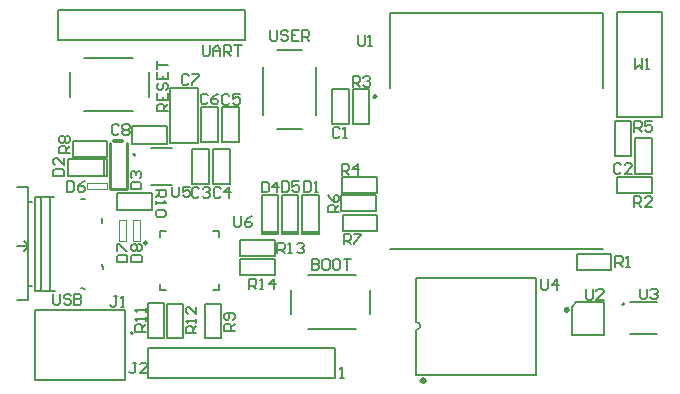
<source format=gto>
G04*
G04 #@! TF.GenerationSoftware,Altium Limited,Altium Designer,20.2.4 (192)*
G04*
G04 Layer_Color=65535*
%FSLAX44Y44*%
%MOMM*%
G71*
G04*
G04 #@! TF.SameCoordinates,04E9AB2E-1989-4D7A-88AA-1D4CDCA67D46*
G04*
G04*
G04 #@! TF.FilePolarity,Positive*
G04*
G01*
G75*
%ADD10C,0.2000*%
%ADD11C,0.2500*%
%ADD12C,0.5080*%
%ADD13C,0.4000*%
%ADD14C,0.1270*%
%ADD15C,0.1000*%
%ADD16C,0.2540*%
%ADD17C,0.3000*%
D10*
X486970Y70936D02*
G03*
X486970Y70936I-1000J0D01*
G01*
X72882Y197612D02*
G03*
X72882Y197612I-1000J0D01*
G01*
X310896Y49517D02*
G03*
X310896Y55867I0J3175D01*
G01*
X70800Y46482D02*
G03*
X70800Y46482I-1000J0D01*
G01*
X-12010Y161782D02*
X3990D01*
X-21010Y116366D02*
X-18010Y119366D01*
Y119866D01*
Y119366D02*
Y119866D01*
Y119366D02*
Y120366D01*
Y118366D02*
Y120366D01*
X-21010Y124366D02*
X-18010Y121366D01*
Y120366D02*
Y121366D01*
X-27010Y120366D02*
X-18010D01*
Y86366D02*
X-15010D01*
X-17010Y157366D02*
X-15010D01*
X-27010Y170366D02*
X-18010D01*
X-27010Y74366D02*
X-18010D01*
Y170366D01*
X27068Y160258D02*
X30306D01*
X26990Y84366D02*
X30306Y84312D01*
X45038Y105140D02*
X45086Y100850D01*
X45038Y139430D02*
Y143748D01*
X-12010Y82366D02*
Y161782D01*
Y82366D02*
X4990D01*
X-7032Y161782D02*
X-7010Y82366D01*
X588Y82534D02*
X736Y161604D01*
X271760Y62390D02*
Y83390D01*
X204760Y62390D02*
Y83390D01*
X218760Y50390D02*
X259760D01*
X218760Y95390D02*
X259760D01*
X481076Y229616D02*
X519176D01*
X481076D02*
Y318516D01*
X519176D01*
Y229616D02*
Y318516D01*
X94012Y127898D02*
Y132936D01*
Y82936D02*
Y87973D01*
X138975Y82936D02*
X144012D01*
X94012D02*
X99050D01*
X144012Y127898D02*
Y132936D01*
Y82936D02*
Y87973D01*
X138975Y132936D02*
X144012D01*
X94012D02*
X99050D01*
X310896Y11176D02*
Y49517D01*
Y55867D02*
Y93218D01*
X411988D01*
Y11176D02*
Y93218D01*
X310896Y11176D02*
X411988D01*
X442214Y45212D02*
Y68580D01*
Y45212D02*
X469392D01*
Y72644D01*
X446278D02*
X469392D01*
X442214Y68580D02*
X446278Y72644D01*
X17800Y246302D02*
Y267302D01*
X84800Y246302D02*
Y267302D01*
X29800Y279302D02*
X70800D01*
X29800Y234302D02*
X70800D01*
X193200Y218968D02*
X214200D01*
X193200Y285968D02*
X214200D01*
X181200Y230968D02*
Y271968D01*
X226200Y230968D02*
Y271968D01*
X7366Y294386D02*
X165862D01*
Y319786D01*
X7366D02*
X165862D01*
X7366Y294386D02*
Y319786D01*
X83566Y33528D02*
X242062D01*
X83566Y8128D02*
Y33528D01*
Y8128D02*
X242062D01*
Y33528D01*
X197212Y132578D02*
Y163078D01*
Y132578D02*
X210962D01*
X197212Y163078D02*
X210962D01*
X197212Y130078D02*
X210962D01*
Y132578D02*
Y163078D01*
X197212Y130078D02*
Y132578D01*
X210962Y130078D02*
Y132578D01*
X179940D02*
Y163078D01*
Y132578D02*
X193690D01*
X179940Y163078D02*
X193690D01*
X179940Y130078D02*
X193690D01*
Y132578D02*
Y163078D01*
X179940Y130078D02*
Y132578D01*
X193690Y130078D02*
Y132578D01*
X15484Y179940D02*
X45984D01*
Y193690D01*
X15484Y179940D02*
Y193690D01*
X48484Y179940D02*
Y193690D01*
X15484D02*
X45984D01*
Y179940D02*
X48484D01*
X45984Y193690D02*
X48484D01*
X214230Y132578D02*
Y163078D01*
Y132578D02*
X227980D01*
X214230Y163078D02*
X227980D01*
X214230Y130078D02*
X227980D01*
Y132578D02*
Y163078D01*
X214230Y130078D02*
Y132578D01*
X227980Y130078D02*
Y132578D01*
X104008Y170614D02*
Y163117D01*
X105508Y161618D01*
X108507D01*
X110007Y163117D01*
Y170614D01*
X119004D02*
X113006D01*
Y166116D01*
X116004Y167616D01*
X117504D01*
X119004Y166116D01*
Y163117D01*
X117504Y161618D01*
X114505D01*
X113006Y163117D01*
X57658Y77650D02*
X54659D01*
X56158D01*
Y70153D01*
X54659Y68653D01*
X53159D01*
X51660Y70153D01*
X60657Y68653D02*
X63656D01*
X62157D01*
Y77650D01*
X60657Y76151D01*
X499994Y84255D02*
Y76757D01*
X501494Y75258D01*
X504493D01*
X505993Y76757D01*
Y84255D01*
X508992Y82755D02*
X510491Y84255D01*
X513490D01*
X514990Y82755D01*
Y81256D01*
X513490Y79756D01*
X511991D01*
X513490D01*
X514990Y78257D01*
Y76757D01*
X513490Y75258D01*
X510491D01*
X508992Y76757D01*
X222265Y109146D02*
Y100149D01*
X226764D01*
X228263Y101649D01*
Y103148D01*
X226764Y104648D01*
X222265D01*
X226764D01*
X228263Y106147D01*
Y107647D01*
X226764Y109146D01*
X222265D01*
X235761D02*
X232762D01*
X231262Y107647D01*
Y101649D01*
X232762Y100149D01*
X235761D01*
X237260Y101649D01*
Y107647D01*
X235761Y109146D01*
X244758D02*
X241759D01*
X240259Y107647D01*
Y101649D01*
X241759Y100149D01*
X244758D01*
X246258Y101649D01*
Y107647D01*
X244758Y109146D01*
X249257D02*
X255255D01*
X252256D01*
Y100149D01*
X495906Y279326D02*
Y270329D01*
X498905Y273328D01*
X501904Y270329D01*
Y279326D01*
X504903Y270329D02*
X507902D01*
X506403D01*
Y279326D01*
X504903Y277827D01*
X156332Y145469D02*
Y137971D01*
X157832Y136472D01*
X160831D01*
X162330Y137971D01*
Y145469D01*
X171328D02*
X168328Y143969D01*
X165329Y140970D01*
Y137971D01*
X166829Y136472D01*
X169828D01*
X171328Y137971D01*
Y139471D01*
X169828Y140970D01*
X165329D01*
X416428Y92128D02*
Y84631D01*
X417928Y83132D01*
X420927D01*
X422426Y84631D01*
Y92128D01*
X429924Y83132D02*
Y92128D01*
X425425Y87630D01*
X431424D01*
X454274Y84001D02*
Y76503D01*
X455774Y75003D01*
X458773D01*
X460272Y76503D01*
Y84001D01*
X469270Y75003D02*
X463271D01*
X469270Y81002D01*
Y82501D01*
X467770Y84001D01*
X464771D01*
X463271Y82501D01*
X261210Y298885D02*
Y291387D01*
X262710Y289888D01*
X265709D01*
X267208Y291387D01*
Y298885D01*
X270207Y289888D02*
X273206D01*
X271707D01*
Y298885D01*
X270207Y297385D01*
X100511Y234531D02*
X91514D01*
Y239029D01*
X93013Y240529D01*
X96012D01*
X97512Y239029D01*
Y234531D01*
Y237530D02*
X100511Y240529D01*
X91514Y249526D02*
Y243528D01*
X100511D01*
Y249526D01*
X96012Y243528D02*
Y246527D01*
X93013Y258523D02*
X91514Y257024D01*
Y254025D01*
X93013Y252525D01*
X94513D01*
X96012Y254025D01*
Y257024D01*
X97512Y258523D01*
X99011D01*
X100511Y257024D01*
Y254025D01*
X99011Y252525D01*
X91514Y267520D02*
Y261522D01*
X100511D01*
Y267520D01*
X96012Y261522D02*
Y264521D01*
X91514Y270519D02*
Y276517D01*
Y273518D01*
X100511D01*
X187213Y303202D02*
Y295705D01*
X188713Y294205D01*
X191712D01*
X193211Y295705D01*
Y303202D01*
X202208Y301703D02*
X200709Y303202D01*
X197710D01*
X196210Y301703D01*
Y300203D01*
X197710Y298704D01*
X200709D01*
X202208Y297204D01*
Y295705D01*
X200709Y294205D01*
X197710D01*
X196210Y295705D01*
X211206Y303202D02*
X205208D01*
Y294205D01*
X211206D01*
X205208Y298704D02*
X208207D01*
X214205Y294205D02*
Y303202D01*
X218703D01*
X220203Y301703D01*
Y298704D01*
X218703Y297204D01*
X214205D01*
X217204D02*
X220203Y294205D01*
X169348Y83639D02*
Y92636D01*
X173846D01*
X175346Y91137D01*
Y88138D01*
X173846Y86638D01*
X169348D01*
X172347D02*
X175346Y83639D01*
X178345D02*
X181344D01*
X179844D01*
Y92636D01*
X178345Y91137D01*
X190341Y83639D02*
Y92636D01*
X185842Y88138D01*
X191840D01*
X193224Y114120D02*
Y123117D01*
X197722D01*
X199222Y121617D01*
Y118618D01*
X197722Y117119D01*
X193224D01*
X196223D02*
X199222Y114120D01*
X202221D02*
X205220D01*
X203720D01*
Y123117D01*
X202221Y121617D01*
X209718D02*
X211218Y123117D01*
X214217D01*
X215716Y121617D01*
Y120118D01*
X214217Y118618D01*
X212717D01*
X214217D01*
X215716Y117119D01*
Y115619D01*
X214217Y114120D01*
X211218D01*
X209718Y115619D01*
X124641Y46412D02*
X115644D01*
Y50910D01*
X117143Y52410D01*
X120142D01*
X121642Y50910D01*
Y46412D01*
Y49411D02*
X124641Y52410D01*
Y55409D02*
Y58408D01*
Y56908D01*
X115644D01*
X117143Y55409D01*
X124641Y68904D02*
Y62906D01*
X118643Y68904D01*
X117143D01*
X115644Y67405D01*
Y64406D01*
X117143Y62906D01*
X81714Y47911D02*
X72717D01*
Y52410D01*
X74217Y53909D01*
X77216D01*
X78716Y52410D01*
Y47911D01*
Y50910D02*
X81714Y53909D01*
Y56908D02*
Y59907D01*
Y58408D01*
X72717D01*
X74217Y56908D01*
X81714Y64406D02*
Y67405D01*
Y65905D01*
X72717D01*
X74217Y64406D01*
X89990Y167456D02*
X98987D01*
Y162958D01*
X97487Y161458D01*
X94488D01*
X92989Y162958D01*
Y167456D01*
Y164457D02*
X89990Y161458D01*
Y158459D02*
Y155460D01*
Y156960D01*
X98987D01*
X97487Y158459D01*
Y150962D02*
X98987Y149462D01*
Y146463D01*
X97487Y144964D01*
X91489D01*
X89990Y146463D01*
Y149462D01*
X91489Y150962D01*
X97487D01*
X156898Y48636D02*
X147901D01*
Y53135D01*
X149401Y54634D01*
X152400D01*
X153899Y53135D01*
Y48636D01*
Y51635D02*
X156898Y54634D01*
X155399Y57634D02*
X156898Y59133D01*
Y62132D01*
X155399Y63632D01*
X149401D01*
X147901Y62132D01*
Y59133D01*
X149401Y57634D01*
X150900D01*
X152400Y59133D01*
Y63632D01*
X17452Y198750D02*
X8456D01*
Y203249D01*
X9955Y204748D01*
X12954D01*
X14454Y203249D01*
Y198750D01*
Y201749D02*
X17452Y204748D01*
X9955Y207747D02*
X8456Y209247D01*
Y212246D01*
X9955Y213746D01*
X11454D01*
X12954Y212246D01*
X14454Y213746D01*
X15953D01*
X17452Y212246D01*
Y209247D01*
X15953Y207747D01*
X14454D01*
X12954Y209247D01*
X11454Y207747D01*
X9955D01*
X12954Y209247D02*
Y212246D01*
X249296Y121740D02*
Y130737D01*
X253795D01*
X255294Y129237D01*
Y126238D01*
X253795Y124739D01*
X249296D01*
X252295D02*
X255294Y121740D01*
X258293Y130737D02*
X264292D01*
Y129237D01*
X258293Y123239D01*
Y121740D01*
X245291Y148712D02*
X236294D01*
Y153211D01*
X237793Y154711D01*
X240792D01*
X242292Y153211D01*
Y148712D01*
Y151712D02*
X245291Y154711D01*
X236294Y163708D02*
X237793Y160709D01*
X240792Y157710D01*
X243791D01*
X245291Y159209D01*
Y162208D01*
X243791Y163708D01*
X242292D01*
X240792Y162208D01*
Y157710D01*
X495422Y216989D02*
Y225986D01*
X499921D01*
X501421Y224487D01*
Y221488D01*
X499921Y219988D01*
X495422D01*
X498422D02*
X501421Y216989D01*
X510418Y225986D02*
X504420D01*
Y221488D01*
X507419Y222987D01*
X508918D01*
X510418Y221488D01*
Y218489D01*
X508918Y216989D01*
X505919D01*
X504420Y218489D01*
X247518Y180667D02*
Y189664D01*
X252017D01*
X253517Y188165D01*
Y185166D01*
X252017Y183666D01*
X247518D01*
X250518D02*
X253517Y180667D01*
X261014D02*
Y189664D01*
X256516Y185166D01*
X262514D01*
X256916Y255343D02*
Y264340D01*
X261415D01*
X262915Y262841D01*
Y259842D01*
X261415Y258342D01*
X256916D01*
X259916D02*
X262915Y255343D01*
X265914Y262841D02*
X267413Y264340D01*
X270412D01*
X271912Y262841D01*
Y261341D01*
X270412Y259842D01*
X268913D01*
X270412D01*
X271912Y258342D01*
Y256843D01*
X270412Y255343D01*
X267413D01*
X265914Y256843D01*
X495168Y153490D02*
Y162486D01*
X499667D01*
X501166Y160987D01*
Y157988D01*
X499667Y156489D01*
X495168D01*
X498167D02*
X501166Y153490D01*
X510164D02*
X504165D01*
X510164Y159487D01*
Y160987D01*
X508664Y162486D01*
X505665D01*
X504165Y160987D01*
X479396Y102690D02*
Y111686D01*
X483895D01*
X485394Y110187D01*
Y107188D01*
X483895Y105688D01*
X479396D01*
X482395D02*
X485394Y102690D01*
X488393D02*
X491392D01*
X489893D01*
Y111686D01*
X488393Y110187D01*
X3244Y79682D02*
Y72185D01*
X4743Y70686D01*
X7742D01*
X9242Y72185D01*
Y79682D01*
X18239Y78183D02*
X16739Y79682D01*
X13741D01*
X12241Y78183D01*
Y76684D01*
X13741Y75184D01*
X16739D01*
X18239Y73685D01*
Y72185D01*
X16739Y70686D01*
X13741D01*
X12241Y72185D01*
X21238Y79682D02*
Y70686D01*
X25737D01*
X27236Y72185D01*
Y73685D01*
X25737Y75184D01*
X21238D01*
X25737D01*
X27236Y76684D01*
Y78183D01*
X25737Y79682D01*
X21238D01*
X129809Y290249D02*
Y282751D01*
X131309Y281252D01*
X134308D01*
X135807Y282751D01*
Y290249D01*
X138806Y281252D02*
Y287250D01*
X141805Y290249D01*
X144804Y287250D01*
Y281252D01*
Y285750D01*
X138806D01*
X147803Y281252D02*
Y290249D01*
X152302D01*
X153802Y288749D01*
Y285750D01*
X152302Y284251D01*
X147803D01*
X150802D02*
X153802Y281252D01*
X156801Y290249D02*
X162799D01*
X159800D01*
Y281252D01*
X73685Y21516D02*
X70686D01*
X72185D01*
Y14019D01*
X70686Y12520D01*
X69186D01*
X67686Y14019D01*
X82682Y12520D02*
X76684D01*
X82682Y18518D01*
Y20017D01*
X81182Y21516D01*
X78183D01*
X76684Y20017D01*
X246348Y8858D02*
X249347D01*
X247847D01*
Y17855D01*
X246348Y16356D01*
X69415Y107056D02*
X78412D01*
Y111555D01*
X76913Y113055D01*
X70915D01*
X69415Y111555D01*
Y107056D01*
X70915Y116053D02*
X69415Y117553D01*
Y120552D01*
X70915Y122052D01*
X72414D01*
X73914Y120552D01*
X75413Y122052D01*
X76913D01*
X78412Y120552D01*
Y117553D01*
X76913Y116053D01*
X75413D01*
X73914Y117553D01*
X72414Y116053D01*
X70915D01*
X73914Y117553D02*
Y120552D01*
X57224Y107056D02*
X66220D01*
Y111555D01*
X64721Y113055D01*
X58723D01*
X57224Y111555D01*
Y107056D01*
Y116053D02*
Y122052D01*
X58723D01*
X64721Y116053D01*
X66220D01*
X14903Y175441D02*
Y166444D01*
X19402D01*
X20902Y167943D01*
Y173941D01*
X19402Y175441D01*
X14903D01*
X29899D02*
X26899Y173941D01*
X23900Y170942D01*
Y167943D01*
X25400Y166444D01*
X28399D01*
X29899Y167943D01*
Y169443D01*
X28399Y170942D01*
X23900D01*
X196718Y174932D02*
Y165935D01*
X201217D01*
X202717Y167435D01*
Y173433D01*
X201217Y174932D01*
X196718D01*
X211714D02*
X205716D01*
Y170434D01*
X208715Y171933D01*
X210214D01*
X211714Y170434D01*
Y167435D01*
X210214Y165935D01*
X207215D01*
X205716Y167435D01*
X179700Y174678D02*
Y165681D01*
X184199D01*
X185699Y167181D01*
Y173179D01*
X184199Y174678D01*
X179700D01*
X193196Y165681D02*
Y174678D01*
X188697Y170180D01*
X194696D01*
X68907Y168524D02*
X77905D01*
Y173023D01*
X76405Y174522D01*
X70407D01*
X68907Y173023D01*
Y168524D01*
X70407Y177521D02*
X68907Y179021D01*
Y182020D01*
X70407Y183520D01*
X71906D01*
X73406Y182020D01*
Y180520D01*
Y182020D01*
X74906Y183520D01*
X76405D01*
X77905Y182020D01*
Y179021D01*
X76405Y177521D01*
X3376Y179700D02*
X12372D01*
Y184199D01*
X10873Y185699D01*
X4875D01*
X3376Y184199D01*
Y179700D01*
X12372Y194696D02*
Y188697D01*
X6374Y194696D01*
X4875D01*
X3376Y193196D01*
Y190197D01*
X4875Y188697D01*
X215744Y175187D02*
Y166189D01*
X220243D01*
X221742Y167689D01*
Y173687D01*
X220243Y175187D01*
X215744D01*
X224741Y166189D02*
X227740D01*
X226241D01*
Y175187D01*
X224741Y173687D01*
X58952Y221693D02*
X57453Y223193D01*
X54454D01*
X52954Y221693D01*
Y215695D01*
X54454Y214195D01*
X57453D01*
X58952Y215695D01*
X61951Y221693D02*
X63451Y223193D01*
X66450D01*
X67950Y221693D01*
Y220194D01*
X66450Y218694D01*
X67950Y217194D01*
Y215695D01*
X66450Y214195D01*
X63451D01*
X61951Y215695D01*
Y217194D01*
X63451Y218694D01*
X61951Y220194D01*
Y221693D01*
X63451Y218694D02*
X66450D01*
X118134Y264111D02*
X116635Y265611D01*
X113636D01*
X112136Y264111D01*
Y258113D01*
X113636Y256614D01*
X116635D01*
X118134Y258113D01*
X121133Y265611D02*
X127132D01*
Y264111D01*
X121133Y258113D01*
Y256614D01*
X134136Y247855D02*
X132637Y249354D01*
X129638D01*
X128138Y247855D01*
Y241857D01*
X129638Y240357D01*
X132637D01*
X134136Y241857D01*
X143134Y249354D02*
X140134Y247855D01*
X137135Y244856D01*
Y241857D01*
X138635Y240357D01*
X141634D01*
X143134Y241857D01*
Y243356D01*
X141634Y244856D01*
X137135D01*
X152424Y247601D02*
X150925Y249100D01*
X147926D01*
X146426Y247601D01*
Y241603D01*
X147926Y240103D01*
X150925D01*
X152424Y241603D01*
X161422Y249100D02*
X155423D01*
Y244602D01*
X158422Y246101D01*
X159922D01*
X161422Y244602D01*
Y241603D01*
X159922Y240103D01*
X156923D01*
X155423Y241603D01*
X145058Y168607D02*
X143559Y170107D01*
X140560D01*
X139060Y168607D01*
Y162609D01*
X140560Y161110D01*
X143559D01*
X145058Y162609D01*
X152556Y161110D02*
Y170107D01*
X148057Y165608D01*
X154056D01*
X126770Y168861D02*
X125271Y170361D01*
X122272D01*
X120772Y168861D01*
Y162863D01*
X122272Y161364D01*
X125271D01*
X126770Y162863D01*
X129769Y168861D02*
X131269Y170361D01*
X134268D01*
X135768Y168861D01*
Y167362D01*
X134268Y165862D01*
X132768D01*
X134268D01*
X135768Y164363D01*
Y162863D01*
X134268Y161364D01*
X131269D01*
X129769Y162863D01*
X484148Y189181D02*
X482649Y190681D01*
X479650D01*
X478150Y189181D01*
Y183183D01*
X479650Y181684D01*
X482649D01*
X484148Y183183D01*
X493146Y181684D02*
X487147D01*
X493146Y187682D01*
Y189181D01*
X491646Y190681D01*
X488647D01*
X487147Y189181D01*
X245872Y219407D02*
X244373Y220907D01*
X241374D01*
X239874Y219407D01*
Y213409D01*
X241374Y211910D01*
X244373D01*
X245872Y213409D01*
X248871Y211910D02*
X251870D01*
X250371D01*
Y220907D01*
X248871Y219407D01*
D11*
X82702Y122936D02*
G03*
X82702Y122936I-1250J0D01*
G01*
D12*
X317202Y6210D02*
G03*
X317202Y6210I-718J0D01*
G01*
X438255Y66294D02*
G03*
X438255Y66294I-359J0D01*
G01*
D13*
X275960Y246866D02*
G03*
X275960Y246866I-500J0D01*
G01*
D14*
X491490Y45974D02*
X514604D01*
X491744Y72898D02*
X514350D01*
X86450Y203106D02*
X104050D01*
X86450Y172306D02*
X104050D01*
X288460Y117866D02*
X468460D01*
X288460Y254266D02*
Y317866D01*
X468460Y254266D02*
Y317866D01*
X288460D02*
X468460D01*
X161544Y95504D02*
X190754D01*
X161544Y109220D02*
X190754D01*
Y95504D02*
Y109220D01*
X161544Y95504D02*
Y109220D01*
X161798Y111760D02*
X191008D01*
X161798Y125476D02*
X191008D01*
Y111760D02*
Y125476D01*
X161798Y111760D02*
Y125476D01*
X113284Y42164D02*
Y71374D01*
X99568Y42164D02*
Y71374D01*
X113284D01*
X99568Y42164D02*
X113284D01*
X97536Y42418D02*
Y71628D01*
X83820Y42418D02*
Y71628D01*
X97536D01*
X83820Y42418D02*
X97536D01*
X57658Y164846D02*
X86868D01*
X57658Y151130D02*
X86868D01*
X57658D02*
Y164846D01*
X86868Y151130D02*
Y164846D01*
X131826Y42164D02*
Y71374D01*
X145542Y42164D02*
Y71374D01*
X131826Y42164D02*
X145542D01*
X131826Y71374D02*
X145542D01*
X19812Y195834D02*
X49022D01*
X19812Y209550D02*
X49022D01*
Y195834D02*
Y209550D01*
X19812Y195834D02*
Y209550D01*
X248666Y146812D02*
X277876D01*
X248666Y133096D02*
X277876D01*
X248666D02*
Y146812D01*
X277876Y133096D02*
Y146812D01*
X247396Y163322D02*
X276606D01*
X247396Y149606D02*
X276606D01*
X247396D02*
Y163322D01*
X276606Y149606D02*
Y163322D01*
X492760Y196596D02*
Y225806D01*
X479044Y196596D02*
Y225806D01*
X492760D01*
X479044Y196596D02*
X492760D01*
X247904Y178562D02*
X277114D01*
X247904Y164846D02*
X277114D01*
X247904D02*
Y178562D01*
X277114Y164846D02*
Y178562D01*
X271018Y223774D02*
Y252984D01*
X257302Y223774D02*
Y252984D01*
X271018D01*
X257302Y223774D02*
X271018D01*
X480822Y179070D02*
X510032D01*
X480822Y165354D02*
X510032D01*
X480822D02*
Y179070D01*
X510032Y165354D02*
Y179070D01*
X446532Y99822D02*
X475742D01*
X446532Y113538D02*
X475742D01*
Y99822D02*
Y113538D01*
X446532Y99822D02*
Y113538D01*
X64300Y6982D02*
Y65982D01*
X-11700Y6982D02*
X64300D01*
X-11700Y65982D02*
X64300D01*
X-11700Y6982D02*
Y65982D01*
X70104Y221488D02*
X99822D01*
X70104Y207010D02*
X99822D01*
X70104D02*
Y221488D01*
X99822Y207010D02*
Y221488D01*
X125984Y207772D02*
Y254000D01*
X102616D02*
X125984D01*
X102616Y207772D02*
X125984D01*
X102616D02*
Y254000D01*
X128778Y208280D02*
Y237998D01*
X143256Y208280D02*
Y237998D01*
X128778Y208280D02*
X143256D01*
X128778Y237998D02*
X143256D01*
X146558Y208280D02*
Y237998D01*
X161036Y208280D02*
Y237998D01*
X146558Y208280D02*
X161036D01*
X146558Y237998D02*
X161036D01*
X153162Y172974D02*
Y202692D01*
X138684Y172974D02*
Y202692D01*
X153162D01*
X138684Y172974D02*
X153162D01*
X135382D02*
Y202692D01*
X120904Y172974D02*
Y202692D01*
X135382D01*
X120904Y172974D02*
X135382D01*
X510032Y181610D02*
Y211328D01*
X495554Y181610D02*
Y211328D01*
X510032D01*
X495554Y181610D02*
X510032D01*
X239014Y223520D02*
Y253238D01*
X253492Y223520D02*
Y253238D01*
X239014Y223520D02*
X253492D01*
X239014Y253238D02*
X253492D01*
D15*
X70866Y124665D02*
X76454D01*
Y141937D01*
X70866D02*
X76454D01*
X70866Y124665D02*
Y141937D01*
X59436Y124665D02*
X65024D01*
Y141937D01*
X59436D02*
X65024D01*
X59436Y124665D02*
Y141937D01*
X49022Y168148D02*
Y173736D01*
X31750D02*
X49022D01*
X31750Y168148D02*
Y173736D01*
Y168148D02*
X49022D01*
D16*
X51420Y168241D02*
Y207264D01*
X61920Y168241D02*
X65420D01*
X54920D02*
X61920D01*
X51420D02*
X54920D01*
X65420D02*
Y207264D01*
D17*
X55118Y209042D02*
X61468D01*
M02*

</source>
